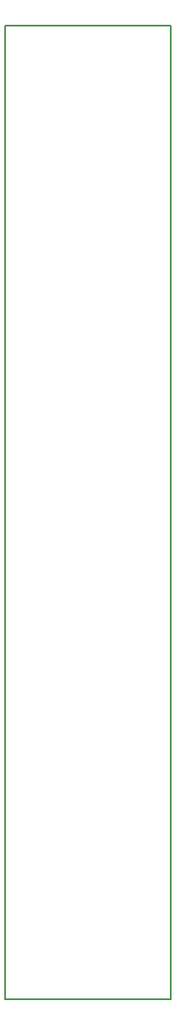
<source format=gbr>
G04 DipTrace 2.4.0.1*
%INBoardOutline.gbr*%
%MOIN*%
%ADD11C,0.006*%
%FSLAX44Y44*%
G04*
G70*
G90*
G75*
G01*
%LNBoardOutline*%
%LPD*%
X6290Y44176D2*
D11*
X12790D1*
Y6176D1*
X6290D1*
Y44176D1*
M02*

</source>
